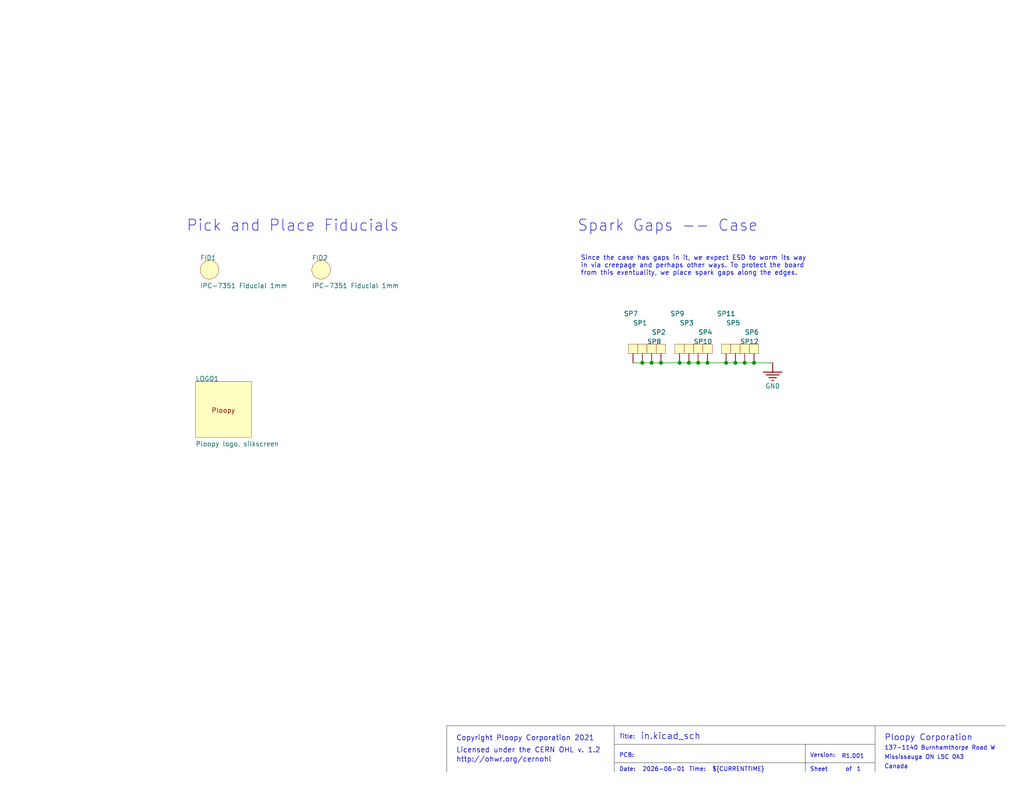
<source format=kicad_sch>
(kicad_sch (version 20231120) (generator "eeschema") (generator_version "8.0")
  (paper "USLetter")
  (title_block (rev "R1.001") (company "Ploopy Corporation"))
  (lib_symbols
    (symbol "MiniBall-altium-import:GND_POWER_GROUND" (power)
      (property "Reference" "#PWR" (at 0 0 0))
      (property "Value" "GND" (at 0 6.35 0))
      (symbol "GND_POWER_GROUND_0_0"
        (polyline (pts (xy -2.54 -2.54) (xy 2.54 -2.54)) (stroke (width 0.254)))
        (polyline (pts (xy -1.778 -3.302) (xy 1.778 -3.302)) (stroke (width 0.254)))
        (polyline (pts (xy -1.016 -4.064) (xy 1.016 -4.064)) (stroke (width 0.254)))
        (polyline (pts (xy -0.254 -4.826) (xy 0.254 -4.826)) (stroke (width 0.254)))
        (polyline (pts (xy 0 0) (xy 0 -2.54)) (stroke (width 0.254)))
        (pin power_in line (at 0 0 0) (length 0) hide (name "GND") (number ""))
      )
    )
    (symbol "MiniBall-altium-import:MCH_0_FIDUCIAL_1.5"
      (symbol "MCH_0_FIDUCIAL_1.5_1_0"
        (circle (center 0 0) (radius 2.54) (stroke (width 0.0254)) (fill (type background)))
        (pin passive line (at 7.62 0 180) (length 7.62) hide (name "1") (number "1"))
      )
    )
    (symbol "MiniBall-altium-import:MCH_0_PloopyLogo"
      (symbol "MCH_0_PloopyLogo_1_0"
        (rectangle (start 7.62 7.62) (end -7.62 -7.62) (stroke (width 0.0254) (color 128 0 0 1)) (fill (type background)))
        (text "Ploopy" (at -3.302 -1.016 0) (effects (font (size 1.27 1.27)) (justify left bottom)))
      )
    )
    (symbol "MiniBall-altium-import:MCH_0_Spark Gap"
      (symbol "MCH_0_Spark Gap_1_0"
        (rectangle (start 1.27 2.54) (end -1.27 0) (stroke (width 0.0254) (color 128 0 0 1)) (fill (type background)))
        (pin passive line (at 0 -2.54 90) (length 2.54) (name "1") (number "1"))
      )
    )
  )
  (junction (at 187.96 99.06))
  (junction (at 175.26 99.06))
  (junction (at 190.5 99.06))
  (junction (at 203.2 99.06))
  (junction (at 185.42 99.06))
  (junction (at 198.12 99.06))
  (junction (at 180.34 99.06))
  (junction (at 205.74 99.06))
  (junction (at 193.04 99.06))
  (junction (at 200.66 99.06))
  (junction (at 177.8 99.06))
  (wire (pts (xy 185.42 99.06) (xy 180.34 99.06)))
  (polyline (pts (xy 238.76 198.12) (xy 238.76 210.82)) (stroke (width 0.0254) (type solid) (color 0 0 0 1)))
  (wire (pts (xy 203.2 99.06) (xy 200.66 99.06)))
  (wire (pts (xy 200.66 99.06) (xy 198.12 99.06)))
  (wire (pts (xy 190.5 99.06) (xy 187.96 99.06)))
  (wire (pts (xy 210.82 99.06) (xy 205.74 99.06)))
  (polyline (pts (xy 167.64 208.28) (xy 238.76 208.28)) (stroke (width 0.0254) (type solid) (color 0 0 0 1)))
  (wire (pts (xy 198.12 99.06) (xy 193.04 99.06)))
  (wire (pts (xy 175.26 99.06) (xy 172.72 99.06)))
  (polyline (pts (xy 274.32 198.12) (xy 167.64 198.12)) (stroke (width 0.0254) (type solid) (color 0 0 0 1)))
  (polyline (pts (xy 121.92 198.12) (xy 121.92 210.82)) (stroke (width 0.0254) (type solid) (color 0 0 0 1)))
  (wire (pts (xy 205.74 99.06) (xy 203.2 99.06)))
  (wire (pts (xy 177.8 99.06) (xy 175.26 99.06)))
  (wire (pts (xy 193.04 99.06) (xy 190.5 99.06)))
  (polyline (pts (xy 167.64 203.2) (xy 238.76 203.2)) (stroke (width 0.0254) (type solid) (color 0 0 0 1)))
  (wire (pts (xy 187.96 99.06) (xy 185.42 99.06)))
  (polyline (pts (xy 167.64 198.12) (xy 121.92 198.12)) (stroke (width 0.0254) (type solid) (color 0 0 0 1)))
  (polyline (pts (xy 219.71 203.2) (xy 219.71 210.82)) (stroke (width 0.0254) (type solid) (color 0 0 0 1)))
  (wire (pts (xy 180.34 99.06) (xy 177.8 99.06)))
  (polyline (pts (xy 167.64 198.12) (xy 167.64 210.82)) (stroke (width 0.0254) (type solid) (color 0 0 0 1)))
  (text_box "Since the case has gaps in it, we expect ESD to worm its way in via creepage and perhaps other ways. To protect the board from this eventuality, we place spark gaps along the edges." (at 223.52 68.58 0) (size -66.04 12.7) (stroke (width -0.0001) (color 0 0 0 1)) (fill (type color) (color 255 255 255 1)) (effects (font (size 1.27 1.27)) (justify left top)))
  (text "${##}" (at 233.68 210.82 0) (effects (font (size 1.143 1.143)) (justify left bottom)))
  (text "Time:" (at 187.96 210.82 0) (effects (font (size 1.143 1.143)) (justify left bottom)))
  (text "${REVISION}" (at 229.616 207.264 0) (effects (font (size 1.143 1.143)) (justify left bottom)))
  (text "Title:" (at 168.91 201.93 0) (effects (font (size 1.143 1.143)) (justify left bottom)))
  (text "Date:" (at 168.91 210.82 0) (effects (font (size 1.143 1.143)) (justify left bottom)))
  (text "Version:" (at 220.98 207.01 0) (effects (font (size 1.143 1.143)) (justify left bottom)))
  (text "Mississauga ON L5C 0A3" (at 241.3 207.518 0) (effects (font (size 1.143 1.143)) (justify left bottom)))
  (text "Licensed under the CERN OHL v. 1.2" (at 124.46 205.74 0) (effects (font (size 1.397 1.397)) (justify left bottom)))
  (text "PCB:" (at 168.91 207.01 0) (effects (font (size 1.143 1.143)) (justify left bottom)))
  (text "137-1140 Burnhamthorpe Road W" (at 241.3 204.978 0) (effects (font (size 1.143 1.143)) (justify left bottom)))
  (text "Ploopy Corporation" (at 241.3 202.438 0) (effects (font (size 1.651 1.651)) (justify left bottom)))
  (text "of" (at 230.632 210.82 0) (effects (font (size 1.143 1.143)) (justify left bottom)))
  (text "${#}" (at 226.822 210.82 0) (effects (font (size 1.143 1.143)) (justify left bottom)))
  (text "Pick and Place Fiducials" (at 50.8 63.5 0) (effects (font (size 3.048 3.048)) (justify left bottom)))
  (text "${PROJECTNAME}" (at 174.752 207.264 0) (effects (font (size 1.651 1.651)) (justify left bottom)))
  (text "${CURRENT_DATE}" (at 175.26 210.82 0) (effects (font (size 1.143 1.143)) (justify left bottom)))
  (text "Spark Gaps -- Case" (at 157.48 63.5 0) (effects (font (size 3.048 3.048)) (justify left bottom)))
  (text "${CURRENTTIME}" (at 194.31 210.82 0) (effects (font (size 1.143 1.143)) (justify left bottom)))
  (text "http://ohwr.org/cernohl" (at 124.46 208.28 0) (effects (font (size 1.397 1.397)) (justify left bottom)))
  (text "Canada" (at 241.3 210.058 0) (effects (font (size 1.143 1.143)) (justify left bottom)))
  (text "${FILENAME}" (at 174.752 202.184 0) (effects (font (size 1.778 1.778)) (justify left bottom)))
  (text "Sheet" (at 220.98 210.82 0) (effects (font (size 1.143 1.143)) (justify left bottom)))
  (text "Copyright Ploopy Corporation 2021" (at 124.46 202.438 0) (effects (font (size 1.397 1.397)) (justify left bottom)))
  (symbol (lib_id "MiniBall-altium-import:MCH_0_Spark Gap") (at 203.2 96.52 0) (unit 1)
    (property "Reference" "SP12" (at 201.93 93.98 0) (effects (justify left bottom)))
    (property "Value" "Spark Gap" (effects (hide yes)))
    (property "Footprint" "SparkGap" (effects (hide yes)))
    (property "Description" "Open square pad for spark gapping" (effects (hide yes)))
    (property "PNP-NZL" "2" (effects (hide yes)))
    (property "PNP-DX" "0" (effects (hide yes)))
    (property "PNP-DY" "0" (effects (hide yes)))
    (property "PNP-X" "1" (effects (hide yes)))
    (property "PNP-Y" "1" (effects (hide yes)))
    (property "PNP-A" "0" (effects (hide yes)))
    (property "PNP-PT" "0" (effects (hide yes)))
    (property "PNP-W" "0" (effects (hide yes)))
    (property "PNP-THK" "1" (effects (hide yes)))
    (property "PNP-LV" "1" (effects (hide yes)))
    (property "PNP-TS" "70" (effects (hide yes)))
    (property "PNP-LEVEL" "1" (effects (hide yes)))
    (property "PNP-TYPE" "CHI" (effects (hide yes)))
    (property "PNP-VOFF" "0" (effects (hide yes)))
    (property "PNP-FEEDTYPE" "Tape" (effects (hide yes)))
    (property "PNP-TAPEWIDTH" "8" (effects (hide yes)))
    (property "PNP-PLACEPRIORITY" "1" (effects (hide yes)))
    (property "PNP-TAPEINDEX" "1" (effects (hide yes)))
    (property "PNP-DA" "0" (effects (hide yes)))
  )
  (symbol (lib_id "MiniBall-altium-import:MCH_0_FIDUCIAL_1.5") (at 57.15 73.66 0) (unit 1)
    (property "Reference" "FID1" (at 54.61 71.12 0) (effects (justify left bottom)))
    (property "Value" "IPC-7351 Fiducial 1mm" (at 54.61 78.74 0) (effects (justify left bottom)))
    (property "Footprint" "FIDUCIAL_1.5" (effects (hide yes)))
    (property "Description" "IPC-7351 Fiducial 1mm" (effects (hide yes)))
    (property "PNP-NZL" "2" (effects (hide yes)))
    (property "PNP-DX" "0" (effects (hide yes)))
    (property "PNP-DY" "0" (effects (hide yes)))
    (property "PNP-X" "4" (effects (hide yes)))
    (property "PNP-Y" "4" (effects (hide yes)))
    (property "PNP-A" "1" (effects (hide yes)))
    (property "PNP-PT" "0" (effects (hide yes)))
    (property "PNP-W" "0" (effects (hide yes)))
    (property "PNP-THK" "1.02" (effects (hide yes)))
    (property "PNP-LV" "1" (effects (hide yes)))
    (property "PNP-TS" "70" (effects (hide yes)))
    (property "PNP-LEVEL" "1" (effects (hide yes)))
    (property "PNP-TYPE" "MARK1" (effects (hide yes)))
    (property "PNP-VOFF" "0" (effects (hide yes)))
    (property "PNP-FEEDTYPE" "Fiducial" (effects (hide yes)))
    (property "PNP-TAPEWIDTH" "0" (effects (hide yes)))
    (property "PNP-PLACEPRIORITY" "0" (effects (hide yes)))
    (property "PNP-TAPEINDEX" "0" (effects (hide yes)))
    (property "PNP-DA" "0" (effects (hide yes)))
  )
  (symbol (lib_id "MiniBall-altium-import:MCH_0_Spark Gap") (at 205.74 96.52 0) (unit 1)
    (property "Reference" "SP6" (at 203.2 91.44 0) (effects (justify left bottom)))
    (property "Value" "Spark Gap" (effects (hide yes)))
    (property "Footprint" "SparkGap" (effects (hide yes)))
    (property "Description" "Open square pad for spark gapping" (effects (hide yes)))
    (property "PNP-NZL" "2" (effects (hide yes)))
    (property "PNP-DX" "0" (effects (hide yes)))
    (property "PNP-DY" "0" (effects (hide yes)))
    (property "PNP-X" "1" (effects (hide yes)))
    (property "PNP-Y" "1" (effects (hide yes)))
    (property "PNP-A" "0" (effects (hide yes)))
    (property "PNP-PT" "0" (effects (hide yes)))
    (property "PNP-W" "0" (effects (hide yes)))
    (property "PNP-THK" "1" (effects (hide yes)))
    (property "PNP-LV" "1" (effects (hide yes)))
    (property "PNP-TS" "70" (effects (hide yes)))
    (property "PNP-LEVEL" "1" (effects (hide yes)))
    (property "PNP-TYPE" "CHI" (effects (hide yes)))
    (property "PNP-VOFF" "0" (effects (hide yes)))
    (property "PNP-FEEDTYPE" "Tape" (effects (hide yes)))
    (property "PNP-TAPEWIDTH" "8" (effects (hide yes)))
    (property "PNP-PLACEPRIORITY" "1" (effects (hide yes)))
    (property "PNP-TAPEINDEX" "1" (effects (hide yes)))
    (property "PNP-DA" "0" (effects (hide yes)))
  )
  (symbol (lib_id "MiniBall-altium-import:GND_POWER_GROUND") (at 210.82 99.06 0) (unit 1)
    (property "Reference" "#PWR?" (effects (hide yes)))
    (property "Value" "GND" (at 210.82 105.41 0))
  )
  (symbol (lib_id "MiniBall-altium-import:MCH_0_Spark Gap") (at 177.8 96.52 0) (unit 1)
    (property "Reference" "SP8" (at 176.53 93.98 0) (effects (justify left bottom)))
    (property "Value" "Spark Gap" (effects (hide yes)))
    (property "Footprint" "SparkGap" (effects (hide yes)))
    (property "Description" "Open square pad for spark gapping" (effects (hide yes)))
    (property "PNP-NZL" "2" (effects (hide yes)))
    (property "PNP-DX" "0" (effects (hide yes)))
    (property "PNP-DY" "0" (effects (hide yes)))
    (property "PNP-X" "1" (effects (hide yes)))
    (property "PNP-Y" "1" (effects (hide yes)))
    (property "PNP-A" "0" (effects (hide yes)))
    (property "PNP-PT" "0" (effects (hide yes)))
    (property "PNP-W" "0" (effects (hide yes)))
    (property "PNP-THK" "1" (effects (hide yes)))
    (property "PNP-LV" "1" (effects (hide yes)))
    (property "PNP-TS" "70" (effects (hide yes)))
    (property "PNP-LEVEL" "1" (effects (hide yes)))
    (property "PNP-TYPE" "CHI" (effects (hide yes)))
    (property "PNP-VOFF" "0" (effects (hide yes)))
    (property "PNP-FEEDTYPE" "Tape" (effects (hide yes)))
    (property "PNP-TAPEWIDTH" "8" (effects (hide yes)))
    (property "PNP-PLACEPRIORITY" "1" (effects (hide yes)))
    (property "PNP-TAPEINDEX" "1" (effects (hide yes)))
    (property "PNP-DA" "0" (effects (hide yes)))
  )
  (symbol (lib_id "MiniBall-altium-import:MCH_0_FIDUCIAL_1.5") (at 87.63 73.66 0) (unit 1)
    (property "Reference" "FID2" (at 85.09 71.12 0) (effects (justify left bottom)))
    (property "Value" "IPC-7351 Fiducial 1mm" (at 85.09 78.74 0) (effects (justify left bottom)))
    (property "Footprint" "FIDUCIAL_1.5" (effects (hide yes)))
    (property "Description" "IPC-7351 Fiducial 1mm" (effects (hide yes)))
    (property "PNP-NZL" "2" (effects (hide yes)))
    (property "PNP-DX" "0" (effects (hide yes)))
    (property "PNP-DY" "0" (effects (hide yes)))
    (property "PNP-X" "4" (effects (hide yes)))
    (property "PNP-Y" "4" (effects (hide yes)))
    (property "PNP-A" "1" (effects (hide yes)))
    (property "PNP-PT" "0" (effects (hide yes)))
    (property "PNP-W" "0" (effects (hide yes)))
    (property "PNP-THK" "1.02" (effects (hide yes)))
    (property "PNP-LV" "1" (effects (hide yes)))
    (property "PNP-TS" "70" (effects (hide yes)))
    (property "PNP-LEVEL" "1" (effects (hide yes)))
    (property "PNP-TYPE" "MARK1" (effects (hide yes)))
    (property "PNP-VOFF" "0" (effects (hide yes)))
    (property "PNP-FEEDTYPE" "Fiducial" (effects (hide yes)))
    (property "PNP-TAPEWIDTH" "0" (effects (hide yes)))
    (property "PNP-PLACEPRIORITY" "0" (effects (hide yes)))
    (property "PNP-TAPEINDEX" "0" (effects (hide yes)))
    (property "PNP-DA" "0" (effects (hide yes)))
  )
  (symbol (lib_id "MiniBall-altium-import:MCH_0_Spark Gap") (at 172.72 96.52 0) (unit 1)
    (property "Reference" "SP7" (at 170.18 86.36 0) (effects (justify left bottom)))
    (property "Value" "Spark Gap" (effects (hide yes)))
    (property "Footprint" "SparkGap" (effects (hide yes)))
    (property "Description" "Open square pad for spark gapping" (effects (hide yes)))
    (property "PNP-NZL" "2" (effects (hide yes)))
    (property "PNP-DX" "0" (effects (hide yes)))
    (property "PNP-DY" "0" (effects (hide yes)))
    (property "PNP-X" "1" (effects (hide yes)))
    (property "PNP-Y" "1" (effects (hide yes)))
    (property "PNP-A" "0" (effects (hide yes)))
    (property "PNP-PT" "0" (effects (hide yes)))
    (property "PNP-W" "0" (effects (hide yes)))
    (property "PNP-THK" "1" (effects (hide yes)))
    (property "PNP-LV" "1" (effects (hide yes)))
    (property "PNP-TS" "70" (effects (hide yes)))
    (property "PNP-LEVEL" "1" (effects (hide yes)))
    (property "PNP-TYPE" "CHI" (effects (hide yes)))
    (property "PNP-VOFF" "0" (effects (hide yes)))
    (property "PNP-FEEDTYPE" "Tape" (effects (hide yes)))
    (property "PNP-TAPEWIDTH" "8" (effects (hide yes)))
    (property "PNP-PLACEPRIORITY" "1" (effects (hide yes)))
    (property "PNP-TAPEINDEX" "1" (effects (hide yes)))
    (property "PNP-DA" "0" (effects (hide yes)))
  )
  (symbol (lib_id "MiniBall-altium-import:MCH_0_Spark Gap") (at 198.12 96.52 0) (unit 1)
    (property "Reference" "SP11" (at 195.58 86.36 0) (effects (justify left bottom)))
    (property "Value" "Spark Gap" (effects (hide yes)))
    (property "Footprint" "SparkGap" (effects (hide yes)))
    (property "Description" "Open square pad for spark gapping" (effects (hide yes)))
    (property "PNP-NZL" "2" (effects (hide yes)))
    (property "PNP-DX" "0" (effects (hide yes)))
    (property "PNP-DY" "0" (effects (hide yes)))
    (property "PNP-X" "1" (effects (hide yes)))
    (property "PNP-Y" "1" (effects (hide yes)))
    (property "PNP-A" "0" (effects (hide yes)))
    (property "PNP-PT" "0" (effects (hide yes)))
    (property "PNP-W" "0" (effects (hide yes)))
    (property "PNP-THK" "1" (effects (hide yes)))
    (property "PNP-LV" "1" (effects (hide yes)))
    (property "PNP-TS" "70" (effects (hide yes)))
    (property "PNP-LEVEL" "1" (effects (hide yes)))
    (property "PNP-TYPE" "CHI" (effects (hide yes)))
    (property "PNP-VOFF" "0" (effects (hide yes)))
    (property "PNP-FEEDTYPE" "Tape" (effects (hide yes)))
    (property "PNP-TAPEWIDTH" "8" (effects (hide yes)))
    (property "PNP-PLACEPRIORITY" "1" (effects (hide yes)))
    (property "PNP-TAPEINDEX" "1" (effects (hide yes)))
    (property "PNP-DA" "0" (effects (hide yes)))
  )
  (symbol (lib_id "MiniBall-altium-import:MCH_0_Spark Gap") (at 190.5 96.52 0) (unit 1)
    (property "Reference" "SP10" (at 189.23 93.98 0) (effects (justify left bottom)))
    (property "Value" "Spark Gap" (effects (hide yes)))
    (property "Footprint" "SparkGap" (effects (hide yes)))
    (property "Description" "Open square pad for spark gapping" (effects (hide yes)))
    (property "PNP-NZL" "2" (effects (hide yes)))
    (property "PNP-DX" "0" (effects (hide yes)))
    (property "PNP-DY" "0" (effects (hide yes)))
    (property "PNP-X" "1" (effects (hide yes)))
    (property "PNP-Y" "1" (effects (hide yes)))
    (property "PNP-A" "0" (effects (hide yes)))
    (property "PNP-PT" "0" (effects (hide yes)))
    (property "PNP-W" "0" (effects (hide yes)))
    (property "PNP-THK" "1" (effects (hide yes)))
    (property "PNP-LV" "1" (effects (hide yes)))
    (property "PNP-TS" "70" (effects (hide yes)))
    (property "PNP-LEVEL" "1" (effects (hide yes)))
    (property "PNP-TYPE" "CHI" (effects (hide yes)))
    (property "PNP-VOFF" "0" (effects (hide yes)))
    (property "PNP-FEEDTYPE" "Tape" (effects (hide yes)))
    (property "PNP-TAPEWIDTH" "8" (effects (hide yes)))
    (property "PNP-PLACEPRIORITY" "1" (effects (hide yes)))
    (property "PNP-TAPEINDEX" "1" (effects (hide yes)))
    (property "PNP-DA" "0" (effects (hide yes)))
  )
  (symbol (lib_id "MiniBall-altium-import:MCH_0_Spark Gap") (at 200.66 96.52 0) (unit 1)
    (property "Reference" "SP5" (at 198.12 88.9 0) (effects (justify left bottom)))
    (property "Value" "Spark Gap" (effects (hide yes)))
    (property "Footprint" "SparkGap" (effects (hide yes)))
    (property "Description" "Open square pad for spark gapping" (effects (hide yes)))
    (property "PNP-NZL" "2" (effects (hide yes)))
    (property "PNP-DX" "0" (effects (hide yes)))
    (property "PNP-DY" "0" (effects (hide yes)))
    (property "PNP-X" "1" (effects (hide yes)))
    (property "PNP-Y" "1" (effects (hide yes)))
    (property "PNP-A" "0" (effects (hide yes)))
    (property "PNP-PT" "0" (effects (hide yes)))
    (property "PNP-W" "0" (effects (hide yes)))
    (property "PNP-THK" "1" (effects (hide yes)))
    (property "PNP-LV" "1" (effects (hide yes)))
    (property "PNP-TS" "70" (effects (hide yes)))
    (property "PNP-LEVEL" "1" (effects (hide yes)))
    (property "PNP-TYPE" "CHI" (effects (hide yes)))
    (property "PNP-VOFF" "0" (effects (hide yes)))
    (property "PNP-FEEDTYPE" "Tape" (effects (hide yes)))
    (property "PNP-TAPEWIDTH" "8" (effects (hide yes)))
    (property "PNP-PLACEPRIORITY" "1" (effects (hide yes)))
    (property "PNP-TAPEINDEX" "1" (effects (hide yes)))
    (property "PNP-DA" "0" (effects (hide yes)))
  )
  (symbol (lib_id "MiniBall-altium-import:MCH_0_Spark Gap") (at 193.04 96.52 0) (unit 1)
    (property "Reference" "SP4" (at 190.5 91.44 0) (effects (justify left bottom)))
    (property "Value" "Spark Gap" (effects (hide yes)))
    (property "Footprint" "SparkGap" (effects (hide yes)))
    (property "Description" "Open square pad for spark gapping" (effects (hide yes)))
    (property "PNP-NZL" "2" (effects (hide yes)))
    (property "PNP-DX" "0" (effects (hide yes)))
    (property "PNP-DY" "0" (effects (hide yes)))
    (property "PNP-X" "1" (effects (hide yes)))
    (property "PNP-Y" "1" (effects (hide yes)))
    (property "PNP-A" "0" (effects (hide yes)))
    (property "PNP-PT" "0" (effects (hide yes)))
    (property "PNP-W" "0" (effects (hide yes)))
    (property "PNP-THK" "1" (effects (hide yes)))
    (property "PNP-LV" "1" (effects (hide yes)))
    (property "PNP-TS" "70" (effects (hide yes)))
    (property "PNP-LEVEL" "1" (effects (hide yes)))
    (property "PNP-TYPE" "CHI" (effects (hide yes)))
    (property "PNP-VOFF" "0" (effects (hide yes)))
    (property "PNP-FEEDTYPE" "Tape" (effects (hide yes)))
    (property "PNP-TAPEWIDTH" "8" (effects (hide yes)))
    (property "PNP-PLACEPRIORITY" "1" (effects (hide yes)))
    (property "PNP-TAPEINDEX" "1" (effects (hide yes)))
    (property "PNP-DA" "0" (effects (hide yes)))
  )
  (symbol (lib_id "MiniBall-altium-import:MCH_0_PloopyLogo") (at 60.96 111.76 0) (unit 1)
    (property "Reference" "LOGO1" (at 53.34 104.14 0) (effects (justify left bottom)))
    (property "Value" "Ploopy logo, silkscreen" (at 53.34 121.92 0) (effects (justify left bottom)))
    (property "Footprint" "PloopyLogo" (effects (hide yes)))
    (property "PNP-NZL" "2" (effects (hide yes)))
    (property "PNP-DX" "0" (effects (hide yes)))
    (property "PNP-DY" "0" (effects (hide yes)))
    (property "PNP-X" "1" (effects (hide yes)))
    (property "PNP-Y" "1" (effects (hide yes)))
    (property "PNP-A" "0" (effects (hide yes)))
    (property "PNP-PT" "0" (effects (hide yes)))
    (property "PNP-W" "0" (effects (hide yes)))
    (property "PNP-THK" "1" (effects (hide yes)))
    (property "PNP-LV" "1" (effects (hide yes)))
    (property "PNP-TS" "70" (effects (hide yes)))
    (property "PNP-LEVEL" "1" (effects (hide yes)))
    (property "PNP-TYPE" "CHI" (effects (hide yes)))
    (property "PNP-VOFF" "0" (effects (hide yes)))
    (property "PNP-FEEDTYPE" "Tape" (effects (hide yes)))
    (property "PNP-TAPEWIDTH" "8" (effects (hide yes)))
    (property "PNP-PLACEPRIORITY" "1" (effects (hide yes)))
    (property "PNP-TAPEINDEX" "1" (effects (hide yes)))
    (property "PNP-DA" "0" (effects (hide yes)))
  )
  (symbol (lib_id "MiniBall-altium-import:MCH_0_Spark Gap") (at 175.26 96.52 0) (unit 1)
    (property "Reference" "SP1" (at 172.72 88.9 0) (effects (justify left bottom)))
    (property "Value" "Spark Gap" (effects (hide yes)))
    (property "Footprint" "SparkGap" (effects (hide yes)))
    (property "Description" "Open square pad for spark gapping" (effects (hide yes)))
    (property "PNP-NZL" "2" (effects (hide yes)))
    (property "PNP-DX" "0" (effects (hide yes)))
    (property "PNP-DY" "0" (effects (hide yes)))
    (property "PNP-X" "1" (effects (hide yes)))
    (property "PNP-Y" "1" (effects (hide yes)))
    (property "PNP-A" "0" (effects (hide yes)))
    (property "PNP-PT" "0" (effects (hide yes)))
    (property "PNP-W" "0" (effects (hide yes)))
    (property "PNP-THK" "1" (effects (hide yes)))
    (property "PNP-LV" "1" (effects (hide yes)))
    (property "PNP-TS" "70" (effects (hide yes)))
    (property "PNP-LEVEL" "1" (effects (hide yes)))
    (property "PNP-TYPE" "CHI" (effects (hide yes)))
    (property "PNP-VOFF" "0" (effects (hide yes)))
    (property "PNP-FEEDTYPE" "Tape" (effects (hide yes)))
    (property "PNP-TAPEWIDTH" "8" (effects (hide yes)))
    (property "PNP-PLACEPRIORITY" "1" (effects (hide yes)))
    (property "PNP-TAPEINDEX" "1" (effects (hide yes)))
    (property "PNP-DA" "0" (effects (hide yes)))
  )
  (symbol (lib_id "MiniBall-altium-import:MCH_0_Spark Gap") (at 187.96 96.52 0) (unit 1)
    (property "Reference" "SP3" (at 185.42 88.9 0) (effects (justify left bottom)))
    (property "Value" "Spark Gap" (effects (hide yes)))
    (property "Footprint" "SparkGap" (effects (hide yes)))
    (property "Description" "Open square pad for spark gapping" (effects (hide yes)))
    (property "PNP-NZL" "2" (effects (hide yes)))
    (property "PNP-DX" "0" (effects (hide yes)))
    (property "PNP-DY" "0" (effects (hide yes)))
    (property "PNP-X" "1" (effects (hide yes)))
    (property "PNP-Y" "1" (effects (hide yes)))
    (property "PNP-A" "0" (effects (hide yes)))
    (property "PNP-PT" "0" (effects (hide yes)))
    (property "PNP-W" "0" (effects (hide yes)))
    (property "PNP-THK" "1" (effects (hide yes)))
    (property "PNP-LV" "1" (effects (hide yes)))
    (property "PNP-TS" "70" (effects (hide yes)))
    (property "PNP-LEVEL" "1" (effects (hide yes)))
    (property "PNP-TYPE" "CHI" (effects (hide yes)))
    (property "PNP-VOFF" "0" (effects (hide yes)))
    (property "PNP-FEEDTYPE" "Tape" (effects (hide yes)))
    (property "PNP-TAPEWIDTH" "8" (effects (hide yes)))
    (property "PNP-PLACEPRIORITY" "1" (effects (hide yes)))
    (property "PNP-TAPEINDEX" "1" (effects (hide yes)))
    (property "PNP-DA" "0" (effects (hide yes)))
  )
  (symbol (lib_id "MiniBall-altium-import:MCH_0_Spark Gap") (at 185.42 96.52 0) (unit 1)
    (property "Reference" "SP9" (at 182.88 86.36 0) (effects (justify left bottom)))
    (property "Value" "Spark Gap" (effects (hide yes)))
    (property "Footprint" "SparkGap" (effects (hide yes)))
    (property "Description" "Open square pad for spark gapping" (effects (hide yes)))
    (property "PNP-NZL" "2" (effects (hide yes)))
    (property "PNP-DX" "0" (effects (hide yes)))
    (property "PNP-DY" "0" (effects (hide yes)))
    (property "PNP-X" "1" (effects (hide yes)))
    (property "PNP-Y" "1" (effects (hide yes)))
    (property "PNP-A" "0" (effects (hide yes)))
    (property "PNP-PT" "0" (effects (hide yes)))
    (property "PNP-W" "0" (effects (hide yes)))
    (property "PNP-THK" "1" (effects (hide yes)))
    (property "PNP-LV" "1" (effects (hide yes)))
    (property "PNP-TS" "70" (effects (hide yes)))
    (property "PNP-LEVEL" "1" (effects (hide yes)))
    (property "PNP-TYPE" "CHI" (effects (hide yes)))
    (property "PNP-VOFF" "0" (effects (hide yes)))
    (property "PNP-FEEDTYPE" "Tape" (effects (hide yes)))
    (property "PNP-TAPEWIDTH" "8" (effects (hide yes)))
    (property "PNP-PLACEPRIORITY" "1" (effects (hide yes)))
    (property "PNP-TAPEINDEX" "1" (effects (hide yes)))
    (property "PNP-DA" "0" (effects (hide yes)))
  )
  (symbol (lib_id "MiniBall-altium-import:MCH_0_Spark Gap") (at 180.34 96.52 0) (unit 1)
    (property "Reference" "SP2" (at 177.8 91.44 0) (effects (justify left bottom)))
    (property "Value" "Spark Gap" (effects (hide yes)))
    (property "Footprint" "SparkGap" (effects (hide yes)))
    (property "Description" "Open square pad for spark gapping" (effects (hide yes)))
    (property "PNP-NZL" "2" (effects (hide yes)))
    (property "PNP-DX" "0" (effects (hide yes)))
    (property "PNP-DY" "0" (effects (hide yes)))
    (property "PNP-X" "1" (effects (hide yes)))
    (property "PNP-Y" "1" (effects (hide yes)))
    (property "PNP-A" "0" (effects (hide yes)))
    (property "PNP-PT" "0" (effects (hide yes)))
    (property "PNP-W" "0" (effects (hide yes)))
    (property "PNP-THK" "1" (effects (hide yes)))
    (property "PNP-LV" "1" (effects (hide yes)))
    (property "PNP-TS" "70" (effects (hide yes)))
    (property "PNP-LEVEL" "1" (effects (hide yes)))
    (property "PNP-TYPE" "CHI" (effects (hide yes)))
    (property "PNP-VOFF" "0" (effects (hide yes)))
    (property "PNP-FEEDTYPE" "Tape" (effects (hide yes)))
    (property "PNP-TAPEWIDTH" "8" (effects (hide yes)))
    (property "PNP-PLACEPRIORITY" "1" (effects (hide yes)))
    (property "PNP-TAPEINDEX" "1" (effects (hide yes)))
    (property "PNP-DA" "0" (effects (hide yes)))
  )
)
</source>
